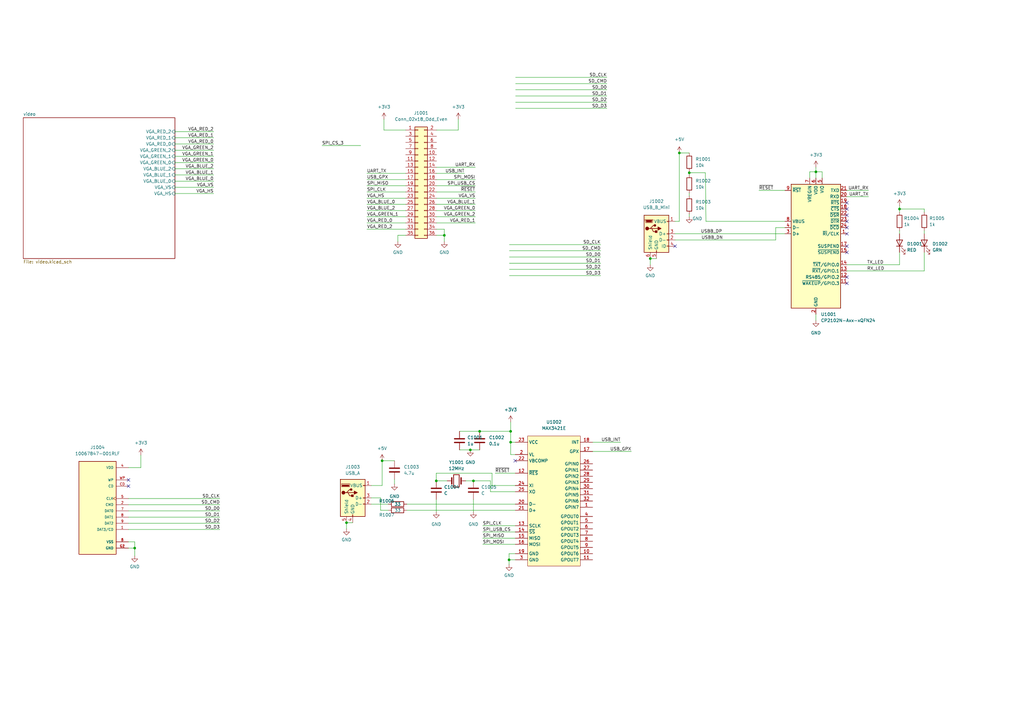
<source format=kicad_sch>
(kicad_sch (version 20211123) (generator eeschema)
  (paper "A3")
  (title_block (title "Trion T20F256 Super6502 Shield"))
  (lib_symbols
    (symbol "Connector:10067847-001RLF" (pin_names (offset 1.016))
      (property "Reference" "J" (at -7.62 19.05 0))
      (property "Value" "10067847-001RLF" (at -7.62 -22.86 0))
      (symbol "10067847-001RLF_0_0"
        (rectangle (start -7.62 -20.32) (end 7.62 17.78) (stroke (width 0.254)) (fill (type background)))
        (pin bidirectional line (at -12.7 -10.16 0) (length 5.08) (name "DAT3/CD") (number "1"))
        (pin bidirectional line (at -12.7 0 0) (length 5.08) (name "CMD") (number "2"))
        (pin power_in line (at -12.7 -15.24 0) (length 5.08) (name "VSS") (number "3"))
        (pin power_in line (at -12.7 15.24 0) (length 5.08) (name "VDD") (number "4"))
        (pin bidirectional clock (at -12.7 2.54 0) (length 5.08) (name "CLK") (number "5"))
        (pin power_in line (at -12.7 -15.24 0) (length 5.08) (name "VSS") (number "6"))
        (pin bidirectional line (at -12.7 -2.54 0) (length 5.08) (name "DAT0") (number "7"))
        (pin bidirectional line (at -12.7 -5.08 0) (length 5.08) (name "DAT1") (number "8"))
        (pin bidirectional line (at -12.7 -7.62 0) (length 5.08) (name "DAT2") (number "9"))
        (pin input line (at -12.7 7.62 0) (length 5.08) (name "CD") (number "CD"))
        (pin power_in line (at -12.7 -17.78 0) (length 5.08) (name "GND") (number "G1"))
        (pin power_in line (at -12.7 -17.78 0) (length 5.08) (name "GND") (number "G2"))
        (pin input line (at -12.7 10.16 0) (length 5.08) (name "WP") (number "WP"))
      )
    )
    (symbol "Connector:USB_A" (pin_names (offset 1.016))
      (property "Reference" "J" (at -5.08 11.43 0))
      (property "Value" "USB_A" (at -5.08 8.89 0))
      (symbol "USB_A_0_1"
        (rectangle (start -5.08 -7.62) (end 5.08 7.62) (stroke (width 0.254)) (fill (type background)))
        (circle (center -3.81 2.159) (radius 0.635) (stroke (width 0.254)) (fill (type outline)))
        (rectangle (start -1.524 4.826) (end -4.318 5.334) (fill (type outline)))
        (rectangle (start -1.27 4.572) (end -4.572 5.842))
        (circle (center -0.635 3.429) (radius 0.381) (stroke (width 0.254)) (fill (type outline)))
        (rectangle (start -0.127 -7.62) (end 0.127 -6.858))
        (polyline (pts (xy -3.175 2.159) (xy -2.54 2.159) (xy -1.27 3.429) (xy -0.635 3.429)) (stroke (width 0.254)))
        (polyline (pts (xy -2.54 2.159) (xy -1.905 2.159) (xy -1.27 0.889) (xy 0 0.889)) (stroke (width 0.254)))
        (polyline (pts (xy 0.635 2.794) (xy 0.635 1.524) (xy 1.905 2.159) (xy 0.635 2.794)) (stroke (width 0.254)) (fill (type outline)))
        (rectangle (start 0.254 1.27) (end -0.508 0.508) (stroke (width 0.254)) (fill (type outline)))
        (rectangle (start 5.08 -2.667) (end 4.318 -2.413))
        (rectangle (start 5.08 -0.127) (end 4.318 0.127))
        (rectangle (start 5.08 4.953) (end 4.318 5.207))
      )
      (symbol "USB_A_1_1"
        (polyline (pts (xy -1.905 2.159) (xy 0.635 2.159)) (stroke (width 0.254)))
        (pin power_in line (at 7.62 5.08 180) (length 2.54) (name "VBUS") (number "1"))
        (pin bidirectional line (at 7.62 -2.54 180) (length 2.54) (name "D-") (number "2"))
        (pin bidirectional line (at 7.62 0 180) (length 2.54) (name "D+") (number "3"))
        (pin power_in line (at 0 -10.16 90) (length 2.54) (name "GND") (number "4"))
        (pin passive line (at -2.54 -10.16 90) (length 2.54) (name "Shield") (number "5"))
      )
    )
    (symbol "Connector:USB_B_Mini" (pin_names (offset 1.016))
      (property "Reference" "J" (at -5.08 11.43 0))
      (property "Value" "USB_B_Mini" (at -5.08 8.89 0))
      (symbol "USB_B_Mini_0_1"
        (rectangle (start -5.08 -7.62) (end 5.08 7.62) (stroke (width 0.254)) (fill (type background)))
        (circle (center -3.81 2.159) (radius 0.635) (stroke (width 0.254)) (fill (type outline)))
        (circle (center -0.635 3.429) (radius 0.381) (stroke (width 0.254)) (fill (type outline)))
        (rectangle (start -0.127 -7.62) (end 0.127 -6.858))
        (polyline (pts (xy -1.905 2.159) (xy 0.635 2.159)) (stroke (width 0.254)))
        (polyline (pts (xy -3.175 2.159) (xy -2.54 2.159) (xy -1.27 3.429) (xy -0.635 3.429)) (stroke (width 0.254)))
        (polyline (pts (xy -2.54 2.159) (xy -1.905 2.159) (xy -1.27 0.889) (xy 0 0.889)) (stroke (width 0.254)))
        (polyline (pts (xy 0.635 2.794) (xy 0.635 1.524) (xy 1.905 2.159) (xy 0.635 2.794)) (stroke (width 0.254)) (fill (type outline)))
        (polyline (pts (xy -4.318 5.588) (xy -1.778 5.588) (xy -2.032 4.826) (xy -4.064 4.826) (xy -4.318 5.588)) (fill (type outline)))
        (polyline (pts (xy -4.699 5.842) (xy -4.699 5.588) (xy -4.445 4.826) (xy -4.445 4.572) (xy -1.651 4.572) (xy -1.651 4.826) (xy -1.397 5.588) (xy -1.397 5.842) (xy -4.699 5.842)))
        (rectangle (start 0.254 1.27) (end -0.508 0.508) (stroke (width 0.254)) (fill (type outline)))
        (rectangle (start 5.08 -5.207) (end 4.318 -4.953))
        (rectangle (start 5.08 -2.667) (end 4.318 -2.413))
        (rectangle (start 5.08 -0.127) (end 4.318 0.127))
        (rectangle (start 5.08 4.953) (end 4.318 5.207))
      )
      (symbol "USB_B_Mini_1_1"
        (pin power_out line (at 7.62 5.08 180) (length 2.54) (name "VBUS") (number "1"))
        (pin bidirectional line (at 7.62 -2.54 180) (length 2.54) (name "D-") (number "2"))
        (pin bidirectional line (at 7.62 0 180) (length 2.54) (name "D+") (number "3"))
        (pin passive line (at 7.62 -5.08 180) (length 2.54) (name "ID") (number "4"))
        (pin power_out line (at 0 -10.16 90) (length 2.54) (name "GND") (number "5"))
        (pin passive line (at -2.54 -10.16 90) (length 2.54) (name "Shield") (number "6"))
      )
    )
    (symbol "Connector_Generic:Conn_02x18_Odd_Even" (pin_names (offset 1.016) hide)
      (property "Reference" "J" (at 1.27 22.86 0))
      (property "Value" "Conn_02x18_Odd_Even" (at 1.27 -25.4 0))
      (symbol "Conn_02x18_Odd_Even_1_1"
        (rectangle (start -1.27 -22.733) (end 0 -22.987) (stroke (width 0.1524)))
        (rectangle (start -1.27 -20.193) (end 0 -20.447) (stroke (width 0.1524)))
        (rectangle (start -1.27 -17.653) (end 0 -17.907) (stroke (width 0.1524)))
        (rectangle (start -1.27 -15.113) (end 0 -15.367) (stroke (width 0.1524)))
        (rectangle (start -1.27 -12.573) (end 0 -12.827) (stroke (width 0.1524)))
        (rectangle (start -1.27 -10.033) (end 0 -10.287) (stroke (width 0.1524)))
        (rectangle (start -1.27 -7.493) (end 0 -7.747) (stroke (width 0.1524)))
        (rectangle (start -1.27 -4.953) (end 0 -5.207) (stroke (width 0.1524)))
        (rectangle (start -1.27 -2.413) (end 0 -2.667) (stroke (width 0.1524)))
        (rectangle (start -1.27 0.127) (end 0 -0.127) (stroke (width 0.1524)))
        (rectangle (start -1.27 2.667) (end 0 2.413) (stroke (width 0.1524)))
        (rectangle (start -1.27 5.207) (end 0 4.953) (stroke (width 0.1524)))
        (rectangle (start -1.27 7.747) (end 0 7.493) (stroke (width 0.1524)))
        (rectangle (start -1.27 10.287) (end 0 10.033) (stroke (width 0.1524)))
        (rectangle (start -1.27 12.827) (end 0 12.573) (stroke (width 0.1524)))
        (rectangle (start -1.27 15.367) (end 0 15.113) (stroke (width 0.1524)))
        (rectangle (start -1.27 17.907) (end 0 17.653) (stroke (width 0.1524)))
        (rectangle (start -1.27 20.447) (end 0 20.193) (stroke (width 0.1524)))
        (rectangle (start -1.27 21.59) (end 3.81 -24.13) (stroke (width 0.254)) (fill (type background)))
        (rectangle (start 3.81 -22.733) (end 2.54 -22.987) (stroke (width 0.1524)))
        (rectangle (start 3.81 -20.193) (end 2.54 -20.447) (stroke (width 0.1524)))
        (rectangle (start 3.81 -17.653) (end 2.54 -17.907) (stroke (width 0.1524)))
        (rectangle (start 3.81 -15.113) (end 2.54 -15.367) (stroke (width 0.1524)))
        (rectangle (start 3.81 -12.573) (end 2.54 -12.827) (stroke (width 0.1524)))
        (rectangle (start 3.81 -10.033) (end 2.54 -10.287) (stroke (width 0.1524)))
        (rectangle (start 3.81 -7.493) (end 2.54 -7.747) (stroke (width 0.1524)))
        (rectangle (start 3.81 -4.953) (end 2.54 -5.207) (stroke (width 0.1524)))
        (rectangle (start 3.81 -2.413) (end 2.54 -2.667) (stroke (width 0.1524)))
        (rectangle (start 3.81 0.127) (end 2.54 -0.127) (stroke (width 0.1524)))
        (rectangle (start 3.81 2.667) (end 2.54 2.413) (stroke (width 0.1524)))
        (rectangle (start 3.81 5.207) (end 2.54 4.953) (stroke (width 0.1524)))
        (rectangle (start 3.81 7.747) (end 2.54 7.493) (stroke (width 0.1524)))
        (rectangle (start 3.81 10.287) (end 2.54 10.033) (stroke (width 0.1524)))
        (rectangle (start 3.81 12.827) (end 2.54 12.573) (stroke (width 0.1524)))
        (rectangle (start 3.81 15.367) (end 2.54 15.113) (stroke (width 0.1524)))
        (rectangle (start 3.81 17.907) (end 2.54 17.653) (stroke (width 0.1524)))
        (rectangle (start 3.81 20.447) (end 2.54 20.193) (stroke (width 0.1524)))
        (pin passive line (at -5.08 20.32 0) (length 3.81) (name "Pin_1") (number "1"))
        (pin passive line (at 7.62 10.16 180) (length 3.81) (name "Pin_10") (number "10"))
        (pin passive line (at -5.08 7.62 0) (length 3.81) (name "Pin_11") (number "11"))
        (pin passive line (at 7.62 7.62 180) (length 3.81) (name "Pin_12") (number "12"))
        (pin passive line (at -5.08 5.08 0) (length 3.81) (name "Pin_13") (number "13"))
        (pin passive line (at 7.62 5.08 180) (length 3.81) (name "Pin_14") (number "14"))
        (pin passive line (at -5.08 2.54 0) (length 3.81) (name "Pin_15") (number "15"))
        (pin passive line (at 7.62 2.54 180) (length 3.81) (name "Pin_16") (number "16"))
        (pin passive line (at -5.08 0 0) (length 3.81) (name "Pin_17") (number "17"))
        (pin passive line (at 7.62 0 180) (length 3.81) (name "Pin_18") (number "18"))
        (pin passive line (at -5.08 -2.54 0) (length 3.81) (name "Pin_19") (number "19"))
        (pin passive line (at 7.62 20.32 180) (length 3.81) (name "Pin_2") (number "2"))
        (pin passive line (at 7.62 -2.54 180) (length 3.81) (name "Pin_20") (number "20"))
        (pin passive line (at -5.08 -5.08 0) (length 3.81) (name "Pin_21") (number "21"))
        (pin passive line (at 7.62 -5.08 180) (length 3.81) (name "Pin_22") (number "22"))
        (pin passive line (at -5.08 -7.62 0) (length 3.81) (name "Pin_23") (number "23"))
        (pin passive line (at 7.62 -7.62 180) (length 3.81) (name "Pin_24") (number "24"))
        (pin passive line (at -5.08 -10.16 0) (length 3.81) (name "Pin_25") (number "25"))
        (pin passive line (at 7.62 -10.16 180) (length 3.81) (name "Pin_26") (number "26"))
        (pin passive line (at -5.08 -12.7 0) (length 3.81) (name "Pin_27") (number "27"))
        (pin passive line (at 7.62 -12.7 180) (length 3.81) (name "Pin_28") (number "28"))
        (pin passive line (at -5.08 -15.24 0) (length 3.81) (name "Pin_29") (number "29"))
        (pin passive line (at -5.08 17.78 0) (length 3.81) (name "Pin_3") (number "3"))
        (pin passive line (at 7.62 -15.24 180) (length 3.81) (name "Pin_30") (number "30"))
        (pin passive line (at -5.08 -17.78 0) (length 3.81) (name "Pin_31") (number "31"))
        (pin passive line (at 7.62 -17.78 180) (length 3.81) (name "Pin_32") (number "32"))
        (pin passive line (at -5.08 -20.32 0) (length 3.81) (name "Pin_33") (number "33"))
        (pin passive line (at 7.62 -20.32 180) (length 3.81) (name "Pin_34") (number "34"))
        (pin passive line (at -5.08 -22.86 0) (length 3.81) (name "Pin_35") (number "35"))
        (pin passive line (at 7.62 -22.86 180) (length 3.81) (name "Pin_36") (number "36"))
        (pin passive line (at 7.62 17.78 180) (length 3.81) (name "Pin_4") (number "4"))
        (pin passive line (at -5.08 15.24 0) (length 3.81) (name "Pin_5") (number "5"))
        (pin passive line (at 7.62 15.24 180) (length 3.81) (name "Pin_6") (number "6"))
        (pin passive line (at -5.08 12.7 0) (length 3.81) (name "Pin_7") (number "7"))
        (pin passive line (at 7.62 12.7 180) (length 3.81) (name "Pin_8") (number "8"))
        (pin passive line (at -5.08 10.16 0) (length 3.81) (name "Pin_9") (number "9"))
      )
    )
    (symbol "Device:C" (pin_numbers hide) (pin_names (offset 0.254))
      (property "Reference" "C" (at 0.635 2.54 0))
      (property "Value" "C" (at 0.635 -2.54 0))
      (symbol "C_0_1"
        (polyline (pts (xy -2.032 -0.762) (xy 2.032 -0.762)) (stroke (width 0.508)))
        (polyline (pts (xy -2.032 0.762) (xy 2.032 0.762)) (stroke (width 0.508)))
      )
      (symbol "C_1_1"
        (pin passive line (at 0 3.81 270) (length 2.794) (name "~") (number "1"))
        (pin passive line (at 0 -3.81 90) (length 2.794) (name "~") (number "2"))
      )
    )
    (symbol "Device:Crystal" (pin_numbers hide) (pin_names (offset 1.016) hide)
      (property "Reference" "Y" (at 0 3.81 0))
      (property "Value" "Crystal" (at 0 -3.81 0))
      (symbol "Crystal_0_1"
        (rectangle (start -1.143 2.54) (end 1.143 -2.54) (stroke (width 0.3048)))
        (polyline (pts (xy -2.54 0) (xy -1.905 0)))
        (polyline (pts (xy -1.905 -1.27) (xy -1.905 1.27)) (stroke (width 0.508)))
        (polyline (pts (xy 1.905 -1.27) (xy 1.905 1.27)) (stroke (width 0.508)))
        (polyline (pts (xy 2.54 0) (xy 1.905 0)))
      )
      (symbol "Crystal_1_1"
        (pin passive line (at -3.81 0 0) (length 1.27) (name "1") (number "1"))
        (pin passive line (at 3.81 0 180) (length 1.27) (name "2") (number "2"))
      )
    )
    (symbol "Device:LED" (pin_numbers hide) (pin_names (offset 1.016) hide)
      (property "Reference" "D" (at 0 2.54 0))
      (property "Value" "LED" (at 0 -2.54 0))
      (symbol "LED_0_1"
        (polyline (pts (xy -1.27 -1.27) (xy -1.27 1.27)) (stroke (width 0.254)))
        (polyline (pts (xy -1.27 0) (xy 1.27 0)))
        (polyline (pts (xy 1.27 -1.27) (xy 1.27 1.27) (xy -1.27 0) (xy 1.27 -1.27)) (stroke (width 0.254)))
        (polyline (pts (xy -3.048 -0.762) (xy -4.572 -2.286) (xy -3.81 -2.286) (xy -4.572 -2.286) (xy -4.572 -1.524)))
        (polyline (pts (xy -1.778 -0.762) (xy -3.302 -2.286) (xy -2.54 -2.286) (xy -3.302 -2.286) (xy -3.302 -1.524)))
      )
      (symbol "LED_1_1"
        (pin passive line (at -3.81 0 0) (length 2.54) (name "K") (number "1"))
        (pin passive line (at 3.81 0 180) (length 2.54) (name "A") (number "2"))
      )
    )
    (symbol "Device:R" (pin_numbers hide) (pin_names (offset 0))
      (property "Reference" "R" (at 2.032 0 90))
      (property "Value" "R" (at 0 0 90))
      (symbol "R_0_1"
        (rectangle (start -1.016 -2.54) (end 1.016 2.54) (stroke (width 0.254)))
      )
      (symbol "R_1_1"
        (pin passive line (at 0 3.81 270) (length 1.27) (name "~") (number "1"))
        (pin passive line (at 0 -3.81 90) (length 1.27) (name "~") (number "2"))
      )
    )
    (symbol "IC:MAX3421E"
      (property "Reference" "U" (at -8.89 26.67 0))
      (property "Value" "MAX3421E" (at 6.35 26.67 0))
      (symbol "MAX3421E_0_1"
        (rectangle (start -10.16 25.4) (end 11.43 -27.94) (fill (type background)))
      )
      (symbol "MAX3421E_1_1"
        (pin input line (at 16.51 -3.81 180) (length 5.08) (name "GPIN7") (number "1"))
        (pin output line (at 16.51 -22.86 180) (length 5.08) (name "GPOUT6") (number "10"))
        (pin output line (at 16.51 -25.4 180) (length 5.08) (name "GPOUT7") (number "11"))
        (pin input line (at -15.24 10.16 0) (length 5.08) (name "~{RES}") (number "12"))
        (pin input line (at -15.24 -11.43 0) (length 5.08) (name "SCLK") (number "13"))
        (pin input line (at -15.24 -13.97 0) (length 5.08) (name "~{SS}") (number "14"))
        (pin output line (at -15.24 -16.51 0) (length 5.08) (name "MISO") (number "15"))
        (pin input line (at -15.24 -19.05 0) (length 5.08) (name "MOSI") (number "16"))
        (pin output line (at 16.51 19.05 180) (length 5.08) (name "GPX") (number "17"))
        (pin output line (at 16.51 22.86 180) (length 5.08) (name "INT") (number "18"))
        (pin input line (at -15.24 -22.86 0) (length 5.08) (name "GND") (number "19"))
        (pin input line (at -15.24 17.78 0) (length 5.08) (name "VL") (number "2"))
        (pin bidirectional line (at -15.24 -2.54 0) (length 5.08) (name "D-") (number "20"))
        (pin bidirectional line (at -15.24 -5.08 0) (length 5.08) (name "D+") (number "21"))
        (pin input line (at -15.24 15.24 0) (length 5.08) (name "VBCOMP") (number "22"))
        (pin power_in line (at -15.24 22.86 0) (length 5.08) (name "VCC") (number "23"))
        (pin input line (at -15.24 5.08 0) (length 5.08) (name "XI") (number "24"))
        (pin output line (at -15.24 2.54 0) (length 5.08) (name "XO") (number "25"))
        (pin input line (at 16.51 13.97 180) (length 5.08) (name "GPIN0") (number "26"))
        (pin input line (at 16.51 11.43 180) (length 5.08) (name "GPIN1") (number "27"))
        (pin input line (at 16.51 8.89 180) (length 5.08) (name "GPIN2") (number "28"))
        (pin input line (at 16.51 6.35 180) (length 5.08) (name "GPIN3") (number "29"))
        (pin input line (at -15.24 -25.4 0) (length 5.08) (name "GND") (number "3"))
        (pin input line (at 16.51 3.81 180) (length 5.08) (name "GPIN4") (number "30"))
        (pin input line (at 16.51 1.27 180) (length 5.08) (name "GPIN5") (number "31"))
        (pin input line (at 16.51 -1.27 180) (length 5.08) (name "GPIN6") (number "32"))
        (pin output line (at 16.51 -7.62 180) (length 5.08) (name "GPOUT0") (number "4"))
        (pin output line (at 16.51 -10.16 180) (length 5.08) (name "GPOUT1") (number "5"))
        (pin output line (at 16.51 -12.7 180) (length 5.08) (name "GPOUT2") (number "6"))
        (pin output line (at 16.51 -15.24 180) (length 5.08) (name "GPOUT3") (number "7"))
        (pin output line (at 16.51 -17.78 180) (length 5.08) (name "GPOUT4") (number "8"))
        (pin output line (at 16.51 -20.32 180) (length 5.08) (name "GPOUT5") (number "9"))
      )
    )
    (symbol "Interface_USB:CP2102N-Axx-xQFN24"
      (property "Reference" "U" (at -8.89 26.67 0))
      (property "Value" "CP2102N-Axx-xQFN24" (at 13.97 26.67 0))
      (symbol "CP2102N-Axx-xQFN24_0_1"
        (rectangle (start -10.16 25.4) (end 10.16 -25.4) (stroke (width 0.254)) (fill (type background)))
      )
      (symbol "CP2102N-Axx-xQFN24_1_1"
        (pin bidirectional line (at 12.7 5.08 180) (length 2.54) (name "~{RI}/CLK") (number "1"))
        (pin no_connect line (at -10.16 -22.86 0) (length 2.54) hide (name "NC") (number "10"))
        (pin bidirectional line (at 12.7 -15.24 180) (length 2.54) (name "~{WAKEUP}/GPIO.3") (number "11"))
        (pin bidirectional line (at 12.7 -12.7 180) (length 2.54) (name "RS485/GPIO.2") (number "12"))
        (pin bidirectional line (at 12.7 -10.16 180) (length 2.54) (name "~{RXT}/GPIO.1") (number "13"))
        (pin bidirectional line (at 12.7 -7.62 180) (length 2.54) (name "~{TXT}/GPIO.0") (number "14"))
        (pin output line (at 12.7 -2.54 180) (length 2.54) (name "~{SUSPEND}") (number "15"))
        (pin no_connect line (at 10.16 -22.86 180) (length 2.54) hide (name "NC") (number "16"))
        (pin output line (at 12.7 0 180) (length 2.54) (name "SUSPEND") (number "17"))
        (pin input line (at 12.7 15.24 180) (length 2.54) (name "~{CTS}") (number "18"))
        (pin output line (at 12.7 17.78 180) (length 2.54) (name "~{RTS}") (number "19"))
        (pin power_in line (at 0 -27.94 90) (length 2.54) (name "GND") (number "2"))
        (pin input line (at 12.7 20.32 180) (length 2.54) (name "RXD") (number "20"))
        (pin output line (at 12.7 22.86 180) (length 2.54) (name "TXD") (number "21"))
        (pin input line (at 12.7 12.7 180) (length 2.54) (name "~{DSR}") (number "22"))
        (pin output line (at 12.7 10.16 180) (length 2.54) (name "~{DTR}") (number "23"))
        (pin input line (at 12.7 7.62 180) (length 2.54) (name "~{DCD}") (number "24"))
        (pin passive line (at 0 -27.94 90) (length 2.54) hide (name "GND") (number "25"))
        (pin bidirectional line (at -12.7 5.08 0) (length 2.54) (name "D+") (number "3"))
        (pin bidirectional line (at -12.7 7.62 0) (length 2.54) (name "D-") (number "4"))
        (pin power_in line (at 2.54 27.94 270) (length 2.54) (name "VIO") (number "5"))
        (pin power_in line (at 0 27.94 270) (length 2.54) (name "VDD") (number "6"))
        (pin power_in line (at -2.54 27.94 270) (length 2.54) (name "VREGIN") (number "7"))
        (pin input line (at -12.7 10.16 0) (length 2.54) (name "VBUS") (number "8"))
        (pin input line (at -12.7 22.86 0) (length 2.54) (name "~{RST}") (number "9"))
      )
    )
    (symbol "power:+3V3" (power) (pin_names (offset 0))
      (property "Value" "+3V3" (at 0 3.556 0))
      (symbol "+3V3_0_1"
        (polyline (pts (xy -0.762 1.27) (xy 0 2.54)))
        (polyline (pts (xy 0 0) (xy 0 2.54)))
        (polyline (pts (xy 0 2.54) (xy 0.762 1.27)))
      )
      (symbol "+3V3_1_1"
        (pin power_in line (at 0 0 90) (length 0) hide (name "+3V3") (number "1"))
      )
    )
    (symbol "power:+5V" (power) (pin_names (offset 0))
      (property "Value" "+5V" (at 0 3.556 0))
      (symbol "+5V_0_1"
        (polyline (pts (xy -0.762 1.27) (xy 0 2.54)))
        (polyline (pts (xy 0 0) (xy 0 2.54)))
        (polyline (pts (xy 0 2.54) (xy 0.762 1.27)))
      )
      (symbol "+5V_1_1"
        (pin power_in line (at 0 0 90) (length 0) hide (name "+5V") (number "1"))
      )
    )
    (symbol "power:GND" (power) (pin_names (offset 0))
      (property "Value" "GND" (at 0 -3.81 0))
      (symbol "GND_0_1"
        (polyline (pts (xy 0 0) (xy 0 -1.27) (xy 1.27 -1.27) (xy 0 -2.54) (xy -1.27 -1.27) (xy 0 -1.27)))
      )
      (symbol "GND_1_1"
        (pin power_in line (at 0 0 270) (length 0) hide (name "GND") (number "1"))
      )
    )
  )
  (junction (at 192.913 184.531))
  (junction (at 266.7 106.045))
  (junction (at 182.245 96.52))
  (junction (at 278.638 62.738))
  (junction (at 209.423 181.356))
  (junction (at 334.645 70.485))
  (junction (at 368.935 85.725))
  (junction (at 178.943 197.231))
  (junction (at 194.183 197.231))
  (junction (at 156.718 188.976))
  (junction (at 208.788 229.616))
  (junction (at 209.423 176.911))
  (junction (at 196.723 176.911))
  (junction (at 282.702 70.866))
  (junction (at 55.245 224.79))
  (junction (at 142.113 214.376))
  (no_connect (at 347.345 116.205))
  (no_connect (at 347.345 85.725))
  (no_connect (at 347.345 93.345))
  (no_connect (at 211.328 188.976))
  (no_connect (at 52.705 199.39))
  (no_connect (at 347.345 83.185))
  (no_connect (at 276.86 100.965))
  (no_connect (at 347.345 90.805))
  (no_connect (at 347.345 95.885))
  (no_connect (at 52.705 196.85))
  (no_connect (at 347.345 113.665))
  (no_connect (at 347.345 100.965))
  (no_connect (at 347.345 88.265))
  (no_connect (at 347.345 103.505))
  (wire (pts (xy 178.943 194.056) (xy 178.943 197.231)))
  (wire (pts (xy 282.702 70.866) (xy 282.702 71.628)))
  (wire (pts (xy 71.755 61.595) (xy 87.63 61.595)))
  (wire (pts (xy 52.705 204.47) (xy 90.17 204.47)))
  (wire (pts (xy 356.235 78.105) (xy 347.345 78.105)))
  (wire (pts (xy 266.7 106.045) (xy 266.7 108.585)))
  (wire (pts (xy 282.702 70.866) (xy 289.306 70.866)))
  (wire (pts (xy 179.07 93.98) (xy 182.245 93.98)))
  (wire (pts (xy 179.07 76.2) (xy 194.945 76.2)))
  (wire (pts (xy 356.235 80.645) (xy 347.345 80.645)))
  (wire (pts (xy 150.495 81.28) (xy 166.37 81.28)))
  (wire (pts (xy 266.7 106.045) (xy 269.24 106.045)))
  (wire (pts (xy 194.945 68.58) (xy 179.07 68.58)))
  (wire (pts (xy 182.245 93.98) (xy 182.245 96.52)))
  (wire (pts (xy 55.245 224.79) (xy 55.245 227.965)))
  (wire (pts (xy 289.306 70.866) (xy 289.56 90.805)))
  (wire (pts (xy 278.638 90.805) (xy 278.638 62.738)))
  (wire (pts (xy 209.423 176.911) (xy 209.423 181.356)))
  (wire (pts (xy 211.328 199.136) (xy 201.803 199.136)))
  (wire (pts (xy 282.702 79.248) (xy 282.702 80.264)))
  (wire (pts (xy 243.078 181.356) (xy 254.508 181.356)))
  (wire (pts (xy 209.423 181.356) (xy 211.328 181.356)))
  (wire (pts (xy 150.495 71.12) (xy 166.37 71.12)))
  (wire (pts (xy 71.755 74.295) (xy 87.63 74.295)))
  (wire (pts (xy 347.345 111.125) (xy 379.095 111.125)))
  (wire (pts (xy 52.705 222.25) (xy 55.245 222.25)))
  (wire (pts (xy 282.702 87.884) (xy 282.702 88.9)))
  (wire (pts (xy 211.328 186.436) (xy 209.423 186.436)))
  (wire (pts (xy 166.37 86.36) (xy 150.495 86.36)))
  (wire (pts (xy 156.083 209.296) (xy 159.258 209.296)))
  (wire (pts (xy 188.468 184.531) (xy 192.913 184.531)))
  (wire (pts (xy 52.705 212.09) (xy 90.17 212.09)))
  (wire (pts (xy 368.935 108.585) (xy 368.935 103.505)))
  (wire (pts (xy 156.718 188.976) (xy 156.718 199.136)))
  (wire (pts (xy 71.755 71.755) (xy 87.63 71.755)))
  (wire (pts (xy 163.195 99.06) (xy 163.195 96.52)))
  (wire (pts (xy 71.755 59.055) (xy 87.63 59.055)))
  (wire (pts (xy 196.723 176.911) (xy 209.423 176.911)))
  (wire (pts (xy 166.37 93.98) (xy 150.495 93.98)))
  (wire (pts (xy 166.37 73.66) (xy 150.495 73.66)))
  (wire (pts (xy 379.095 94.615) (xy 379.095 95.885)))
  (wire (pts (xy 178.943 197.231) (xy 183.388 197.231)))
  (wire (pts (xy 52.705 217.17) (xy 90.17 217.17)))
  (wire (pts (xy 52.705 191.77) (xy 57.785 191.77)))
  (wire (pts (xy 179.07 88.9) (xy 194.945 88.9)))
  (wire (pts (xy 187.96 53.34) (xy 179.07 53.34)))
  (wire (pts (xy 71.755 56.515) (xy 87.63 56.515)))
  (wire (pts (xy 379.095 85.725) (xy 379.095 86.995)))
  (wire (pts (xy 282.702 70.358) (xy 282.702 70.866)))
  (wire (pts (xy 334.645 70.485) (xy 332.105 70.485)))
  (wire (pts (xy 208.915 110.49) (xy 246.38 110.49)))
  (wire (pts (xy 211.328 194.056) (xy 203.073 194.056)))
  (wire (pts (xy 318.135 93.345) (xy 321.945 93.345)))
  (wire (pts (xy 188.468 176.911) (xy 196.723 176.911)))
  (wire (pts (xy 87.63 79.375) (xy 71.755 79.375)))
  (wire (pts (xy 211.328 218.186) (xy 197.993 218.186)))
  (wire (pts (xy 52.705 214.63) (xy 90.17 214.63)))
  (wire (pts (xy 208.915 107.95) (xy 246.38 107.95)))
  (wire (pts (xy 142.113 216.916) (xy 142.113 214.376)))
  (wire (pts (xy 161.798 196.596) (xy 161.798 198.501)))
  (wire (pts (xy 71.755 64.135) (xy 87.63 64.135)))
  (wire (pts (xy 278.638 62.738) (xy 282.702 62.738)))
  (wire (pts (xy 191.008 197.231) (xy 194.183 197.231)))
  (wire (pts (xy 201.803 194.056) (xy 178.943 194.056)))
  (wire (pts (xy 157.48 53.34) (xy 166.37 53.34)))
  (wire (pts (xy 194.183 204.851) (xy 194.183 209.931)))
  (wire (pts (xy 208.788 229.616) (xy 211.328 229.616)))
  (wire (pts (xy 166.37 78.74) (xy 150.495 78.74)))
  (wire (pts (xy 142.113 214.376) (xy 144.653 214.376)))
  (wire (pts (xy 334.645 128.905) (xy 334.645 131.445)))
  (wire (pts (xy 156.083 204.216) (xy 156.083 209.296)))
  (wire (pts (xy 211.455 44.45) (xy 248.92 44.45)))
  (wire (pts (xy 209.423 186.436) (xy 209.423 181.356)))
  (wire (pts (xy 208.915 113.03) (xy 246.38 113.03)))
  (wire (pts (xy 179.07 86.36) (xy 194.945 86.36)))
  (wire (pts (xy 71.755 69.215) (xy 87.63 69.215)))
  (wire (pts (xy 132.08 59.69) (xy 147.955 59.69)))
  (wire (pts (xy 182.245 99.06) (xy 182.245 96.52)))
  (wire (pts (xy 166.878 206.756) (xy 211.328 206.756)))
  (wire (pts (xy 57.785 191.77) (xy 57.785 186.69)))
  (wire (pts (xy 52.705 209.55) (xy 90.17 209.55)))
  (wire (pts (xy 347.345 108.585) (xy 368.935 108.585)))
  (wire (pts (xy 334.645 70.485) (xy 337.185 70.485)))
  (wire (pts (xy 152.273 204.216) (xy 156.083 204.216)))
  (wire (pts (xy 179.07 73.66) (xy 194.945 73.66)))
  (wire (pts (xy 211.455 34.29) (xy 248.92 34.29)))
  (wire (pts (xy 208.915 100.33) (xy 246.38 100.33)))
  (wire (pts (xy 178.943 204.851) (xy 178.943 209.931)))
  (wire (pts (xy 368.935 94.615) (xy 368.935 95.885)))
  (wire (pts (xy 87.63 76.835) (xy 71.755 76.835)))
  (wire (pts (xy 211.455 39.37) (xy 248.92 39.37)))
  (wire (pts (xy 211.455 36.83) (xy 248.92 36.83)))
  (wire (pts (xy 289.56 90.805) (xy 321.945 90.805)))
  (wire (pts (xy 208.915 102.87) (xy 246.38 102.87)))
  (wire (pts (xy 379.095 103.505) (xy 379.095 111.125)))
  (wire (pts (xy 209.423 173.101) (xy 209.423 176.911)))
  (wire (pts (xy 166.37 76.2) (xy 150.495 76.2)))
  (wire (pts (xy 156.718 199.136) (xy 152.273 199.136)))
  (wire (pts (xy 166.878 209.296) (xy 211.328 209.296)))
  (wire (pts (xy 211.455 31.75) (xy 248.92 31.75)))
  (wire (pts (xy 211.328 220.726) (xy 197.993 220.726)))
  (wire (pts (xy 311.277 78.105) (xy 321.945 78.105)))
  (wire (pts (xy 194.183 197.231) (xy 201.168 197.231)))
  (wire (pts (xy 156.718 188.976) (xy 161.798 188.976)))
  (wire (pts (xy 179.07 78.74) (xy 194.945 78.74)))
  (wire (pts (xy 55.245 222.25) (xy 55.245 224.79)))
  (wire (pts (xy 166.37 83.82) (xy 150.495 83.82)))
  (wire (pts (xy 201.168 201.676) (xy 211.328 201.676)))
  (wire (pts (xy 368.935 85.725) (xy 379.095 85.725)))
  (wire (pts (xy 179.07 91.44) (xy 194.945 91.44)))
  (wire (pts (xy 208.915 105.41) (xy 246.38 105.41)))
  (wire (pts (xy 276.86 98.425) (xy 318.135 98.425)))
  (wire (pts (xy 276.86 95.885) (xy 321.945 95.885)))
  (wire (pts (xy 208.788 231.521) (xy 208.788 229.616)))
  (wire (pts (xy 192.913 184.531) (xy 196.723 184.531)))
  (wire (pts (xy 334.645 70.485) (xy 334.645 73.025)))
  (wire (pts (xy 318.135 98.425) (xy 318.135 93.345)))
  (wire (pts (xy 182.245 96.52) (xy 179.07 96.52)))
  (wire (pts (xy 166.37 88.9) (xy 150.495 88.9)))
  (wire (pts (xy 194.945 81.28) (xy 179.07 81.28)))
  (wire (pts (xy 166.37 91.44) (xy 150.495 91.44)))
  (wire (pts (xy 368.935 84.455) (xy 368.935 85.725)))
  (wire (pts (xy 276.86 90.805) (xy 278.638 90.805)))
  (wire (pts (xy 208.788 229.616) (xy 208.788 227.076)))
  (wire (pts (xy 211.328 215.646) (xy 197.993 215.646)))
  (wire (pts (xy 163.195 96.52) (xy 166.37 96.52)))
  (wire (pts (xy 187.96 48.895) (xy 187.96 53.34)))
  (wire (pts (xy 71.755 53.975) (xy 87.63 53.975)))
  (wire (pts (xy 157.48 48.895) (xy 157.48 53.34)))
  (wire (pts (xy 71.755 66.675) (xy 87.63 66.675)))
  (wire (pts (xy 201.168 197.231) (xy 201.168 201.676)))
  (wire (pts (xy 368.935 85.725) (xy 368.935 86.995)))
  (wire (pts (xy 201.803 199.136) (xy 201.803 194.056)))
  (wire (pts (xy 52.705 207.01) (xy 90.17 207.01)))
  (wire (pts (xy 208.788 227.076) (xy 211.328 227.076)))
  (wire (pts (xy 211.455 41.91) (xy 248.92 41.91)))
  (wire (pts (xy 334.645 68.58) (xy 334.645 70.485)))
  (wire (pts (xy 211.328 223.266) (xy 197.993 223.266)))
  (wire (pts (xy 179.07 83.82) (xy 194.945 83.82)))
  (wire (pts (xy 55.245 224.79) (xy 52.705 224.79)))
  (wire (pts (xy 152.273 206.756) (xy 159.258 206.756)))
  (wire (pts (xy 337.185 70.485) (xy 337.185 73.025)))
  (wire (pts (xy 332.105 70.485) (xy 332.105 73.025)))
  (wire (pts (xy 179.07 71.12) (xy 190.5 71.12)))
  (wire (pts (xy 243.078 185.166) (xy 258.953 185.166)))
  (label "SD_CMD" (at 246.38 102.87 180))
  (label "SD_CLK" (at 246.38 100.33 180))
  (label "SPI_USB_CS" (at 197.993 218.186 0))
  (label "USBB_DP" (at 287.401 95.885 0))
  (label "SD_CLK" (at 90.17 204.47 180))
  (label "TX_LED" (at 355.6 108.585 0))
  (label "VGA_GREEN_2" (at 194.945 88.9 180))
  (label "VGA_RED_0" (at 150.495 91.44 0))
  (label "UART_RX" (at 356.235 78.105 180))
  (label "SD_D1" (at 246.38 107.95 180))
  (label "VGA_GREEN_1" (at 87.63 64.135 180))
  (label "VGA_GREEN_0" (at 194.945 86.36 180))
  (label "SD_CMD" (at 90.17 207.01 180))
  (label "RX_LED" (at 355.6 111.125 0))
  (label "VGA_RED_1" (at 194.945 91.44 180))
  (label "SD_D2" (at 90.17 214.63 180))
  (label "SD_D0" (at 90.17 209.55 180))
  (label "VGA_HS" (at 150.495 81.28 0))
  (label "VGA_HS" (at 87.63 79.375 180))
  (label "SPI_CLK" (at 150.495 78.74 0))
  (label "~{RESET}" (at 203.073 194.056 0))
  (label "VGA_RED_2" (at 150.495 93.98 0))
  (label "VGA_GREEN_1" (at 150.495 88.9 0))
  (label "UART_TX" (at 356.235 80.645 180))
  (label "VGA_BLUE_2" (at 87.63 69.215 180))
  (label "SD_CLK" (at 248.92 31.75 180))
  (label "VGA_BLUE_1" (at 194.945 83.82 180))
  (label "SPI_MOSI" (at 194.945 73.66 180))
  (label "UART_TX" (at 150.495 71.12 0))
  (label "UART_RX" (at 194.945 68.58 180))
  (label "SPI_MISO" (at 150.495 76.2 0))
  (label "SD_CMD" (at 248.92 34.29 180))
  (label "VGA_RED_2" (at 87.63 53.975 180))
  (label "SD_D0" (at 246.38 105.41 180))
  (label "VGA_BLUE_0" (at 150.495 83.82 0))
  (label "USB_GPX" (at 258.953 185.166 180))
  (label "SD_D3" (at 246.38 113.03 180))
  (label "SPI_CS_3" (at 132.08 59.69 0))
  (label "SD_D3" (at 90.17 217.17 180))
  (label "VGA_VS" (at 87.63 76.835 180))
  (label "SD_D1" (at 90.17 212.09 180))
  (label "SD_D2" (at 246.38 110.49 180))
  (label "VGA_GREEN_0" (at 87.63 66.675 180))
  (label "USB_INT" (at 190.5 71.12 180))
  (label "SPI_MOSI" (at 197.993 223.266 0))
  (label "USB_GPX" (at 150.495 73.66 0))
  (label "VGA_BLUE_0" (at 87.63 74.295 180))
  (label "~{RESET}" (at 194.945 78.74 180))
  (label "VGA_BLUE_2" (at 150.495 86.36 0))
  (label "~{RESET}" (at 311.277 78.105 0))
  (label "SD_D0" (at 248.92 36.83 180))
  (label "VGA_BLUE_1" (at 87.63 71.755 180))
  (label "SPI_CLK" (at 197.993 215.646 0))
  (label "SPI_USB_CS" (at 194.945 76.2 180))
  (label "SD_D3" (at 248.92 44.45 180))
  (label "VGA_VS" (at 194.945 81.28 180))
  (label "VGA_RED_0" (at 87.63 59.055 180))
  (label "VGA_GREEN_2" (at 87.63 61.595 180))
  (label "SPI_MISO" (at 197.993 220.726 0))
  (label "VGA_RED_1" (at 87.63 56.515 180))
  (label "USBB_DN" (at 287.655 98.425 0))
  (label "SD_D2" (at 248.92 41.91 180))
  (label "USB_INT" (at 254.508 181.356 180))
  (label "SD_D1" (at 248.92 39.37 180))
  (symbol (lib_id "Connector_Generic:Conn_02x18_Odd_Even") (at 171.45 73.66 0) (unit 1)
    (property "Reference" "J1001" (at 172.72 46.355 0))
    (property "Value" "Conn_02x18_Odd_Even" (at 172.72 48.895 0))
    (property "Footprint" "Connector_PinSocket_2.54mm:PinSocket_2x18_P2.54mm_Vertical" (effects hide))
  )
  (symbol (lib_id "Device:R") (at 368.935 90.805 0) (unit 1)
    (property "Reference" "R1004" (at 370.713 89.5349 0) (effects (justify left)))
    (property "Value" "1k" (at 370.713 92.0749 0) (effects (justify left)))
    (property "Footprint" "Resistor_SMD:R_0805_2012Metric_Pad1.20x1.40mm_HandSolder" (effects hide))
  )
  (symbol (lib_id "power:GND") (at 334.645 131.445 0) (unit 1)
    (property "Reference" "#PWR01010" (effects hide))
    (property "Value" "GND" (at 334.645 136.525 0))
  )
  (symbol (lib_id "power:+5V") (at 278.638 62.738 0) (unit 1)
    (property "Reference" "#PWR01003" (effects hide))
    (property "Value" "+5V" (at 278.638 57.15 0))
  )
  (symbol (lib_id "Device:R") (at 282.702 84.074 0) (unit 1)
    (property "Reference" "R1003" (at 285.242 82.8039 0) (effects (justify left)))
    (property "Value" "10k" (at 285.242 85.3439 0) (effects (justify left)))
    (property "Footprint" "Resistor_SMD:R_0805_2012Metric_Pad1.20x1.40mm_HandSolder" (effects hide))
  )
  (symbol (lib_id "IC:MAX3421E") (at 226.568 204.216 0) (unit 1)
    (property "Reference" "U1002" (at 227.203 173.101 0))
    (property "Value" "MAX3421E" (at 227.203 175.641 0))
    (property "Footprint" "Package_QFP:LQFP-32_5x5mm_P0.5mm" (effects hide))
  )
  (symbol (lib_id "power:+3V3") (at 368.935 84.455 0) (unit 1)
    (property "Reference" "#PWR01005" (effects hide))
    (property "Value" "+3V3" (at 368.935 79.375 0))
  )
  (symbol (lib_id "Device:C") (at 161.798 192.786 0) (unit 1)
    (property "Reference" "C1003" (at 165.608 191.5159 0) (effects (justify left)))
    (property "Value" "4.7u" (at 165.608 194.0559 0) (effects (justify left)))
    (property "Footprint" "Capacitor_SMD:C_0805_2012Metric_Pad1.18x1.45mm_HandSolder" (effects hide))
  )
  (symbol (lib_id "Connector:10067847-001RLF") (at 40.005 207.01 0) (mirror y) (unit 1)
    (property "Reference" "J1004" (at 40.005 183.515 0))
    (property "Value" "10067847-001RLF" (at 40.005 186.055 0))
    (property "Footprint" "Connector_Card:AMPHENOL_10067847-001RLF" (effects hide))
    (property "PARTREV" "K" (effects hide))
    (property "MAXIMUM_PACKAGE_HEIGHT" "2.80 mm" (effects hide))
    (property "STANDARD" "Manufacturer Recommendations" (effects hide))
    (property "MANUFACTURER" "Amphenol FCI" (effects hide))
  )
  (symbol (lib_id "Device:C") (at 178.943 201.041 0) (unit 1)
    (property "Reference" "C1004" (at 182.118 199.7709 0) (effects (justify left)))
    (property "Value" "C" (at 182.118 202.3109 0) (effects (justify left)))
    (property "Footprint" "Capacitor_SMD:C_0805_2012Metric_Pad1.18x1.45mm_HandSolder" (effects hide))
  )
  (symbol (lib_id "power:GND") (at 194.183 209.931 0) (unit 1)
    (property "Reference" "#PWR01017" (effects hide))
    (property "Value" "GND" (at 194.183 215.011 0))
  )
  (symbol (lib_id "power:GND") (at 282.702 88.9 0) (unit 1)
    (property "Reference" "#PWR01006" (effects hide))
    (property "Value" "GND" (at 286.004 89.662 0))
  )
  (symbol (lib_id "Interface_USB:CP2102N-Axx-xQFN24") (at 334.645 100.965 0) (unit 1)
    (property "Reference" "U1001" (at 336.6644 128.905 0) (effects (justify left)))
    (property "Value" "CP2102N-Axx-xQFN24" (at 336.6644 131.445 0) (effects (justify left)))
    (property "Footprint" "Package_DFN_QFN:QFN-24-1EP_4x4mm_P0.5mm_EP2.6x2.6mm" (effects hide))
    (property "Datasheet" "https://www.silabs.com/documents/public/data-sheets/cp2102n-datasheet.pdf" (effects hide))
  )
  (symbol (lib_id "Connector:USB_A") (at 144.653 204.216 0) (unit 1)
    (property "Reference" "J1003" (at 144.653 191.516 0))
    (property "Value" "USB_A" (at 144.653 194.056 0))
    (property "Footprint" "Connector_USB:FCI_87520-0010BLF" (effects hide))
    (property "Datasheet" " ~" (effects hide))
  )
  (symbol (lib_id "power:+3V3") (at 157.48 48.895 0) (unit 1)
    (property "Reference" "#PWR01001" (effects hide))
    (property "Value" "+3V3" (at 157.48 43.815 0))
  )
  (symbol (lib_id "Device:R") (at 282.702 66.548 0) (unit 1)
    (property "Reference" "R1001" (at 285.242 65.2779 0) (effects (justify left)))
    (property "Value" "10k" (at 285.242 67.8179 0) (effects (justify left)))
    (property "Footprint" "Resistor_SMD:R_0805_2012Metric_Pad1.20x1.40mm_HandSolder" (effects hide))
  )
  (symbol (lib_id "power:GND") (at 178.943 209.931 0) (unit 1)
    (property "Reference" "#PWR01016" (effects hide))
    (property "Value" "GND" (at 178.943 215.011 0))
  )
  (symbol (lib_id "Device:LED") (at 368.935 99.695 90) (unit 1)
    (property "Reference" "D1001" (at 371.983 100.0124 90) (effects (justify right)))
    (property "Value" "RED" (at 371.983 102.5524 90) (effects (justify right)))
    (property "Footprint" "LED_SMD:LED_0805_2012Metric_Pad1.15x1.40mm_HandSolder" (effects hide))
  )
  (symbol (lib_id "Device:Crystal") (at 187.198 197.231 0) (unit 1)
    (property "Reference" "Y1001" (at 187.198 189.611 0))
    (property "Value" "12MHz" (at 187.198 192.151 0))
    (property "Footprint" "Crystal:Crystal_HC49-U_Vertical" (effects hide))
  )
  (symbol (lib_id "power:+3V3") (at 57.785 186.69 0) (unit 1)
    (property "Reference" "#PWR01013" (effects hide))
    (property "Value" "+3V3" (at 57.785 181.61 0))
  )
  (symbol (lib_id "power:+3V3") (at 209.423 173.101 0) (unit 1)
    (property "Reference" "#PWR01011" (effects hide))
    (property "Value" "+3V3" (at 209.423 168.021 0))
  )
  (symbol (lib_id "power:GND") (at 161.798 198.501 0) (unit 1)
    (property "Reference" "#PWR01015" (effects hide))
    (property "Value" "GND" (at 161.798 203.581 0))
  )
  (symbol (lib_id "power:GND") (at 192.913 184.531 0) (unit 1)
    (property "Reference" "#PWR01012" (effects hide))
    (property "Value" "GND" (at 192.913 189.611 0))
  )
  (symbol (lib_id "power:+5V") (at 156.718 188.976 0) (unit 1)
    (property "Reference" "#PWR01014" (effects hide))
    (property "Value" "+5V" (at 156.718 183.896 0))
  )
  (symbol (lib_id "power:GND") (at 142.113 216.916 0) (unit 1)
    (property "Reference" "#PWR01018" (effects hide))
    (property "Value" "GND" (at 142.113 221.361 0))
  )
  (symbol (lib_id "power:+3V3") (at 334.645 68.58 0) (unit 1)
    (property "Reference" "#PWR01004" (effects hide))
    (property "Value" "+3V3" (at 334.645 63.5 0))
  )
  (symbol (lib_id "Device:C") (at 196.723 180.721 0) (unit 1)
    (property "Reference" "C1002" (at 200.533 179.4509 0) (effects (justify left)))
    (property "Value" "0.1u" (at 200.533 181.9909 0) (effects (justify left)))
    (property "Footprint" "Capacitor_SMD:C_0805_2012Metric_Pad1.18x1.45mm_HandSolder" (effects hide))
  )
  (symbol (lib_id "Device:LED") (at 379.095 99.695 90) (unit 1)
    (property "Reference" "D1002" (at 382.397 100.0124 90) (effects (justify right)))
    (property "Value" "GRN" (at 382.397 102.5524 90) (effects (justify right)))
    (property "Footprint" "LED_SMD:LED_0805_2012Metric_Pad1.15x1.40mm_HandSolder" (effects hide))
  )
  (symbol (lib_id "power:+3V3") (at 187.96 48.895 0) (unit 1)
    (property "Reference" "#PWR01002" (effects hide))
    (property "Value" "+3V3" (at 187.96 43.815 0))
  )
  (symbol (lib_id "power:GND") (at 182.245 99.06 0) (mirror y) (unit 1)
    (property "Reference" "#PWR01008" (effects hide))
    (property "Value" "GND" (at 182.245 103.505 0))
  )
  (symbol (lib_id "Device:R") (at 163.068 209.296 90) (unit 1)
    (property "Reference" "R1007" (at 158.623 211.201 90))
    (property "Value" "33" (at 163.068 209.296 90))
    (property "Footprint" "Resistor_SMD:R_0805_2012Metric_Pad1.20x1.40mm_HandSolder" (effects hide))
  )
  (symbol (lib_id "Device:R") (at 379.095 90.805 0) (unit 1)
    (property "Reference" "R1005" (at 381.127 89.5349 0) (effects (justify left)))
    (property "Value" "1k" (at 381.127 92.0749 0) (effects (justify left)))
    (property "Footprint" "Resistor_SMD:R_0805_2012Metric_Pad1.20x1.40mm_HandSolder" (effects hide))
  )
  (symbol (lib_id "Device:C") (at 188.468 180.721 0) (unit 1)
    (property "Reference" "C1001" (at 191.643 179.4509 0) (effects (justify left)))
    (property "Value" "1u" (at 191.643 181.9909 0) (effects (justify left)))
    (property "Footprint" "Capacitor_SMD:C_0805_2012Metric_Pad1.18x1.45mm_HandSolder" (effects hide))
  )
  (symbol (lib_id "power:GND") (at 55.245 227.965 0) (unit 1)
    (property "Reference" "#PWR01019" (effects hide))
    (property "Value" "GND" (at 55.245 232.41 0))
  )
  (symbol (lib_id "power:GND") (at 208.788 231.521 0) (unit 1)
    (property "Reference" "#PWR01020" (effects hide))
    (property "Value" "GND" (at 208.788 235.966 0))
  )
  (symbol (lib_id "power:GND") (at 266.7 108.585 0) (unit 1)
    (property "Reference" "#PWR01009" (effects hide))
    (property "Value" "GND" (at 266.7 113.03 0))
  )
  (symbol (lib_id "Device:R") (at 163.068 206.756 270) (unit 1)
    (property "Reference" "R1006" (at 158.623 205.486 90))
    (property "Value" "33" (at 163.068 206.756 90))
    (property "Footprint" "Resistor_SMD:R_0805_2012Metric_Pad1.20x1.40mm_HandSolder" (effects hide))
  )
  (symbol (lib_id "Device:C") (at 194.183 201.041 0) (unit 1)
    (property "Reference" "C1005" (at 197.358 199.7709 0) (effects (justify left)))
    (property "Value" "C" (at 197.358 202.3109 0) (effects (justify left)))
    (property "Footprint" "Capacitor_SMD:C_0805_2012Metric_Pad1.18x1.45mm_HandSolder" (effects hide))
  )
  (symbol (lib_id "Connector:USB_B_Mini") (at 269.24 95.885 0) (unit 1)
    (property "Reference" "J1002" (at 269.24 82.55 0))
    (property "Value" "USB_B_Mini" (at 269.24 85.09 0))
    (property "Footprint" "Connector_USB:USB_Mini-B_Wuerth_65100516121_Horizontal" (effects hide))
  )
  (symbol (lib_id "Device:R") (at 282.702 75.438 0) (unit 1)
    (property "Reference" "R1002" (at 285.242 74.1679 0) (effects (justify left)))
    (property "Value" "10k" (at 285.242 76.7079 0) (effects (justify left)))
    (property "Footprint" "Resistor_SMD:R_0805_2012Metric_Pad1.20x1.40mm_HandSolder" (effects hide))
  )
  (symbol (lib_id "power:GND") (at 163.195 99.06 0) (unit 1)
    (property "Reference" "#PWR01007" (effects hide))
    (property "Value" "GND" (at 163.195 103.505 0))
  )
  (sheet (at 9.525 48.26) (size 62.23 57.785) (stroke (width 0.1524))
    (property "Sheet name" "video" (at 9.525 47.5484 0) (effects (justify left bottom)))
    (property "Sheet file" "video.kicad_sch" (at 9.525 106.6296 0) (effects (justify left top)))
    (pin "VGA_RED_2" input (at 71.755 53.975 0))
    (pin "VGA_RED_1" input (at 71.755 56.515 0))
    (pin "VGA_RED_0" input (at 71.755 59.055 0))
    (pin "VGA_GREEN_0" input (at 71.755 66.675 0))
    (pin "VGA_GREEN_2" input (at 71.755 61.595 0))
    (pin "VGA_GREEN_1" input (at 71.755 64.135 0))
    (pin "VGA_VS" input (at 71.755 76.835 0))
    (pin "VGA_HS" input (at 71.755 79.375 0))
    (pin "VGA_BLUE_0" input (at 71.755 74.295 0))
    (pin "VGA_BLUE_2" input (at 71.755 69.215 0))
    (pin "VGA_BLUE_1" input (at 71.755 71.755 0))
  )
)
</source>
